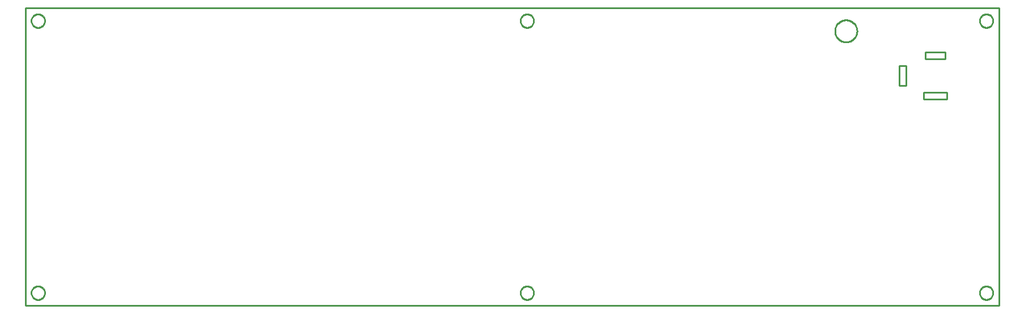
<source format=gbr>
G04 EAGLE Gerber RS-274X export*
G75*
%MOMM*%
%FSLAX34Y34*%
%LPD*%
%IN*%
%IPPOS*%
%AMOC8*
5,1,8,0,0,1.08239X$1,22.5*%
G01*
%ADD10C,0.254000*%


D10*
X0Y0D02*
X1454150Y0D01*
X1454150Y444500D01*
X0Y444500D01*
X0Y0D01*
X1304900Y328350D02*
X1314900Y328350D01*
X1314900Y358350D01*
X1304900Y358350D01*
X1304900Y328350D01*
X1343900Y368850D02*
X1373900Y368850D01*
X1373900Y378850D01*
X1343900Y378850D01*
X1343900Y368850D01*
X1341400Y308850D02*
X1376400Y308850D01*
X1376400Y318850D01*
X1341400Y318850D01*
X1341400Y308850D01*
X29050Y18613D02*
X28974Y17744D01*
X28822Y16884D01*
X28596Y16040D01*
X28298Y15220D01*
X27929Y14428D01*
X27492Y13672D01*
X26991Y12957D01*
X26430Y12288D01*
X25812Y11670D01*
X25143Y11109D01*
X24428Y10608D01*
X23672Y10171D01*
X22880Y9802D01*
X22060Y9504D01*
X21216Y9278D01*
X20357Y9126D01*
X19487Y9050D01*
X18613Y9050D01*
X17744Y9126D01*
X16884Y9278D01*
X16040Y9504D01*
X15220Y9802D01*
X14428Y10171D01*
X13672Y10608D01*
X12957Y11109D01*
X12288Y11670D01*
X11670Y12288D01*
X11109Y12957D01*
X10608Y13672D01*
X10171Y14428D01*
X9802Y15220D01*
X9504Y16040D01*
X9278Y16884D01*
X9126Y17744D01*
X9050Y18613D01*
X9050Y19487D01*
X9126Y20357D01*
X9278Y21216D01*
X9504Y22060D01*
X9802Y22880D01*
X10171Y23672D01*
X10608Y24428D01*
X11109Y25143D01*
X11670Y25812D01*
X12288Y26430D01*
X12957Y26991D01*
X13672Y27492D01*
X14428Y27929D01*
X15220Y28298D01*
X16040Y28596D01*
X16884Y28822D01*
X17744Y28974D01*
X18613Y29050D01*
X19487Y29050D01*
X20357Y28974D01*
X21216Y28822D01*
X22060Y28596D01*
X22880Y28298D01*
X23672Y27929D01*
X24428Y27492D01*
X25143Y26991D01*
X25812Y26430D01*
X26430Y25812D01*
X26991Y25143D01*
X27492Y24428D01*
X27929Y23672D01*
X28298Y22880D01*
X28596Y22060D01*
X28822Y21216D01*
X28974Y20357D01*
X29050Y19487D01*
X29050Y18613D01*
X29050Y425013D02*
X28974Y424144D01*
X28822Y423284D01*
X28596Y422440D01*
X28298Y421620D01*
X27929Y420828D01*
X27492Y420072D01*
X26991Y419357D01*
X26430Y418688D01*
X25812Y418070D01*
X25143Y417509D01*
X24428Y417008D01*
X23672Y416571D01*
X22880Y416202D01*
X22060Y415904D01*
X21216Y415678D01*
X20357Y415526D01*
X19487Y415450D01*
X18613Y415450D01*
X17744Y415526D01*
X16884Y415678D01*
X16040Y415904D01*
X15220Y416202D01*
X14428Y416571D01*
X13672Y417008D01*
X12957Y417509D01*
X12288Y418070D01*
X11670Y418688D01*
X11109Y419357D01*
X10608Y420072D01*
X10171Y420828D01*
X9802Y421620D01*
X9504Y422440D01*
X9278Y423284D01*
X9126Y424144D01*
X9050Y425013D01*
X9050Y425887D01*
X9126Y426757D01*
X9278Y427616D01*
X9504Y428460D01*
X9802Y429280D01*
X10171Y430072D01*
X10608Y430828D01*
X11109Y431543D01*
X11670Y432212D01*
X12288Y432830D01*
X12957Y433391D01*
X13672Y433892D01*
X14428Y434329D01*
X15220Y434698D01*
X16040Y434996D01*
X16884Y435222D01*
X17744Y435374D01*
X18613Y435450D01*
X19487Y435450D01*
X20357Y435374D01*
X21216Y435222D01*
X22060Y434996D01*
X22880Y434698D01*
X23672Y434329D01*
X24428Y433892D01*
X25143Y433391D01*
X25812Y432830D01*
X26430Y432212D01*
X26991Y431543D01*
X27492Y430828D01*
X27929Y430072D01*
X28298Y429280D01*
X28596Y428460D01*
X28822Y427616D01*
X28974Y426757D01*
X29050Y425887D01*
X29050Y425013D01*
X1445100Y425013D02*
X1445024Y424144D01*
X1444872Y423284D01*
X1444646Y422440D01*
X1444348Y421620D01*
X1443979Y420828D01*
X1443542Y420072D01*
X1443041Y419357D01*
X1442480Y418688D01*
X1441862Y418070D01*
X1441193Y417509D01*
X1440478Y417008D01*
X1439722Y416571D01*
X1438930Y416202D01*
X1438110Y415904D01*
X1437266Y415678D01*
X1436407Y415526D01*
X1435537Y415450D01*
X1434663Y415450D01*
X1433794Y415526D01*
X1432934Y415678D01*
X1432090Y415904D01*
X1431270Y416202D01*
X1430478Y416571D01*
X1429722Y417008D01*
X1429007Y417509D01*
X1428338Y418070D01*
X1427720Y418688D01*
X1427159Y419357D01*
X1426658Y420072D01*
X1426221Y420828D01*
X1425852Y421620D01*
X1425554Y422440D01*
X1425328Y423284D01*
X1425176Y424144D01*
X1425100Y425013D01*
X1425100Y425887D01*
X1425176Y426757D01*
X1425328Y427616D01*
X1425554Y428460D01*
X1425852Y429280D01*
X1426221Y430072D01*
X1426658Y430828D01*
X1427159Y431543D01*
X1427720Y432212D01*
X1428338Y432830D01*
X1429007Y433391D01*
X1429722Y433892D01*
X1430478Y434329D01*
X1431270Y434698D01*
X1432090Y434996D01*
X1432934Y435222D01*
X1433794Y435374D01*
X1434663Y435450D01*
X1435537Y435450D01*
X1436407Y435374D01*
X1437266Y435222D01*
X1438110Y434996D01*
X1438930Y434698D01*
X1439722Y434329D01*
X1440478Y433892D01*
X1441193Y433391D01*
X1441862Y432830D01*
X1442480Y432212D01*
X1443041Y431543D01*
X1443542Y430828D01*
X1443979Y430072D01*
X1444348Y429280D01*
X1444646Y428460D01*
X1444872Y427616D01*
X1445024Y426757D01*
X1445100Y425887D01*
X1445100Y425013D01*
X1445100Y18613D02*
X1445024Y17744D01*
X1444872Y16884D01*
X1444646Y16040D01*
X1444348Y15220D01*
X1443979Y14428D01*
X1443542Y13672D01*
X1443041Y12957D01*
X1442480Y12288D01*
X1441862Y11670D01*
X1441193Y11109D01*
X1440478Y10608D01*
X1439722Y10171D01*
X1438930Y9802D01*
X1438110Y9504D01*
X1437266Y9278D01*
X1436407Y9126D01*
X1435537Y9050D01*
X1434663Y9050D01*
X1433794Y9126D01*
X1432934Y9278D01*
X1432090Y9504D01*
X1431270Y9802D01*
X1430478Y10171D01*
X1429722Y10608D01*
X1429007Y11109D01*
X1428338Y11670D01*
X1427720Y12288D01*
X1427159Y12957D01*
X1426658Y13672D01*
X1426221Y14428D01*
X1425852Y15220D01*
X1425554Y16040D01*
X1425328Y16884D01*
X1425176Y17744D01*
X1425100Y18613D01*
X1425100Y19487D01*
X1425176Y20357D01*
X1425328Y21216D01*
X1425554Y22060D01*
X1425852Y22880D01*
X1426221Y23672D01*
X1426658Y24428D01*
X1427159Y25143D01*
X1427720Y25812D01*
X1428338Y26430D01*
X1429007Y26991D01*
X1429722Y27492D01*
X1430478Y27929D01*
X1431270Y28298D01*
X1432090Y28596D01*
X1432934Y28822D01*
X1433794Y28974D01*
X1434663Y29050D01*
X1435537Y29050D01*
X1436407Y28974D01*
X1437266Y28822D01*
X1438110Y28596D01*
X1438930Y28298D01*
X1439722Y27929D01*
X1440478Y27492D01*
X1441193Y26991D01*
X1441862Y26430D01*
X1442480Y25812D01*
X1443041Y25143D01*
X1443542Y24428D01*
X1443979Y23672D01*
X1444348Y22880D01*
X1444646Y22060D01*
X1444872Y21216D01*
X1445024Y20357D01*
X1445100Y19487D01*
X1445100Y18613D01*
X759300Y425013D02*
X759224Y424144D01*
X759072Y423284D01*
X758846Y422440D01*
X758548Y421620D01*
X758179Y420828D01*
X757742Y420072D01*
X757241Y419357D01*
X756680Y418688D01*
X756062Y418070D01*
X755393Y417509D01*
X754678Y417008D01*
X753922Y416571D01*
X753130Y416202D01*
X752310Y415904D01*
X751466Y415678D01*
X750607Y415526D01*
X749737Y415450D01*
X748863Y415450D01*
X747994Y415526D01*
X747134Y415678D01*
X746290Y415904D01*
X745470Y416202D01*
X744678Y416571D01*
X743922Y417008D01*
X743207Y417509D01*
X742538Y418070D01*
X741920Y418688D01*
X741359Y419357D01*
X740858Y420072D01*
X740421Y420828D01*
X740052Y421620D01*
X739754Y422440D01*
X739528Y423284D01*
X739376Y424144D01*
X739300Y425013D01*
X739300Y425887D01*
X739376Y426757D01*
X739528Y427616D01*
X739754Y428460D01*
X740052Y429280D01*
X740421Y430072D01*
X740858Y430828D01*
X741359Y431543D01*
X741920Y432212D01*
X742538Y432830D01*
X743207Y433391D01*
X743922Y433892D01*
X744678Y434329D01*
X745470Y434698D01*
X746290Y434996D01*
X747134Y435222D01*
X747994Y435374D01*
X748863Y435450D01*
X749737Y435450D01*
X750607Y435374D01*
X751466Y435222D01*
X752310Y434996D01*
X753130Y434698D01*
X753922Y434329D01*
X754678Y433892D01*
X755393Y433391D01*
X756062Y432830D01*
X756680Y432212D01*
X757241Y431543D01*
X757742Y430828D01*
X758179Y430072D01*
X758548Y429280D01*
X758846Y428460D01*
X759072Y427616D01*
X759224Y426757D01*
X759300Y425887D01*
X759300Y425013D01*
X759300Y18613D02*
X759224Y17744D01*
X759072Y16884D01*
X758846Y16040D01*
X758548Y15220D01*
X758179Y14428D01*
X757742Y13672D01*
X757241Y12957D01*
X756680Y12288D01*
X756062Y11670D01*
X755393Y11109D01*
X754678Y10608D01*
X753922Y10171D01*
X753130Y9802D01*
X752310Y9504D01*
X751466Y9278D01*
X750607Y9126D01*
X749737Y9050D01*
X748863Y9050D01*
X747994Y9126D01*
X747134Y9278D01*
X746290Y9504D01*
X745470Y9802D01*
X744678Y10171D01*
X743922Y10608D01*
X743207Y11109D01*
X742538Y11670D01*
X741920Y12288D01*
X741359Y12957D01*
X740858Y13672D01*
X740421Y14428D01*
X740052Y15220D01*
X739754Y16040D01*
X739528Y16884D01*
X739376Y17744D01*
X739300Y18613D01*
X739300Y19487D01*
X739376Y20357D01*
X739528Y21216D01*
X739754Y22060D01*
X740052Y22880D01*
X740421Y23672D01*
X740858Y24428D01*
X741359Y25143D01*
X741920Y25812D01*
X742538Y26430D01*
X743207Y26991D01*
X743922Y27492D01*
X744678Y27929D01*
X745470Y28298D01*
X746290Y28596D01*
X747134Y28822D01*
X747994Y28974D01*
X748863Y29050D01*
X749737Y29050D01*
X750607Y28974D01*
X751466Y28822D01*
X752310Y28596D01*
X753130Y28298D01*
X753922Y27929D01*
X754678Y27492D01*
X755393Y26991D01*
X756062Y26430D01*
X756680Y25812D01*
X757241Y25143D01*
X757742Y24428D01*
X758179Y23672D01*
X758548Y22880D01*
X758846Y22060D01*
X759072Y21216D01*
X759224Y20357D01*
X759300Y19487D01*
X759300Y18613D01*
X1242060Y409670D02*
X1241989Y408591D01*
X1241848Y407519D01*
X1241637Y406459D01*
X1241358Y405415D01*
X1241010Y404391D01*
X1240596Y403393D01*
X1240118Y402423D01*
X1239578Y401487D01*
X1238977Y400588D01*
X1238319Y399731D01*
X1237607Y398918D01*
X1236842Y398154D01*
X1236029Y397441D01*
X1235172Y396783D01*
X1234273Y396182D01*
X1233337Y395642D01*
X1232367Y395164D01*
X1231369Y394750D01*
X1230345Y394402D01*
X1229301Y394123D01*
X1228241Y393912D01*
X1227169Y393771D01*
X1226090Y393700D01*
X1225010Y393700D01*
X1223931Y393771D01*
X1222859Y393912D01*
X1221799Y394123D01*
X1220755Y394402D01*
X1219731Y394750D01*
X1218733Y395164D01*
X1217763Y395642D01*
X1216827Y396182D01*
X1215928Y396783D01*
X1215071Y397441D01*
X1214258Y398154D01*
X1213494Y398918D01*
X1212781Y399731D01*
X1212123Y400588D01*
X1211522Y401487D01*
X1210982Y402423D01*
X1210504Y403393D01*
X1210090Y404391D01*
X1209742Y405415D01*
X1209463Y406459D01*
X1209252Y407519D01*
X1209111Y408591D01*
X1209040Y409670D01*
X1209040Y410750D01*
X1209111Y411829D01*
X1209252Y412901D01*
X1209463Y413961D01*
X1209742Y415005D01*
X1210090Y416029D01*
X1210504Y417027D01*
X1210982Y417997D01*
X1211522Y418933D01*
X1212123Y419832D01*
X1212781Y420689D01*
X1213494Y421502D01*
X1214258Y422267D01*
X1215071Y422979D01*
X1215928Y423637D01*
X1216827Y424238D01*
X1217763Y424778D01*
X1218733Y425256D01*
X1219731Y425670D01*
X1220755Y426018D01*
X1221799Y426297D01*
X1222859Y426508D01*
X1223931Y426649D01*
X1225010Y426720D01*
X1226090Y426720D01*
X1227169Y426649D01*
X1228241Y426508D01*
X1229301Y426297D01*
X1230345Y426018D01*
X1231369Y425670D01*
X1232367Y425256D01*
X1233337Y424778D01*
X1234273Y424238D01*
X1235172Y423637D01*
X1236029Y422979D01*
X1236842Y422267D01*
X1237607Y421502D01*
X1238319Y420689D01*
X1238977Y419832D01*
X1239578Y418933D01*
X1240118Y417997D01*
X1240596Y417027D01*
X1241010Y416029D01*
X1241358Y415005D01*
X1241637Y413961D01*
X1241848Y412901D01*
X1241989Y411829D01*
X1242060Y410750D01*
X1242060Y409670D01*
M02*

</source>
